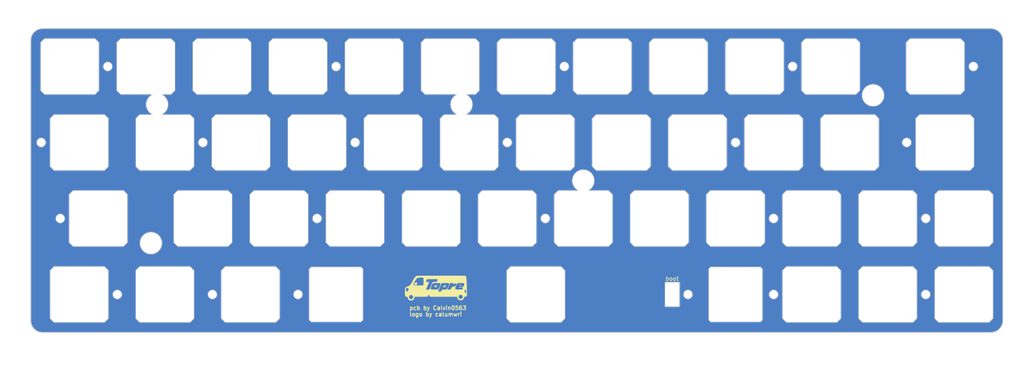
<source format=kicad_pcb>
(kicad_pcb (version 20240108) (generator "pcbnew") (generator_version "8.0")
  (layers (0 "F.Cu" signal) (31 "B.Cu" signal) (34 "B.Paste" user) (35 "F.Paste" user) (36 "B.SilkS" user "B.Silkscreen") (37 "F.SilkS" user "F.Silkscreen") (38 "B.Mask" user) (39 "F.Mask" user) (44 "Edge.Cuts" user))
  (net 0 "")
  (net 1 "GND")
  (footprint "cipulot_parts:ecs_plate_cut_1U" (layer "F.Cu") (at 146.84375 30.95625)
    (property "Reference" "REF**")
    (property "Value" "Value " (hide yes))
    (fp_line (start -7.3 -6) (end -7.3 6) (stroke (width 0.12)) (layer "Edge.Cuts"))
    (fp_line (start -7.3 6) (end -6.3 7) (stroke (width 0.12)) (layer "Edge.Cuts"))
    (fp_line (start -6.3 -7) (end -7.3 -6) (stroke (width 0.12)) (layer "Edge.Cuts"))
    (fp_line (start -6.3 7) (end 6.3 7) (stroke (width 0.12)) (layer "Edge.Cuts"))
    (fp_line (start 6.3 -7) (end -6.3 -7) (stroke (width 0.12)) (layer "Edge.Cuts"))
    (fp_line (start 6.3 -7) (end 7.3 -6) (stroke (width 0.12)) (layer "Edge.Cuts"))
    (fp_line (start 6.3 7) (end 7.3 6) (stroke (width 0.12)) (layer "Edge.Cuts"))
    (fp_line (start 7.3 6) (end 7.3 -6) (stroke (width 0.12)) (layer "Edge.Cuts"))
  )
  (footprint "cipulot_parts:ecs_plate_cut_1U" (layer "F.Cu") (at 56.35625 88.10625)
    (property "Reference" "REF**")
    (property "Value" "Value " (hide yes))
    (fp_line (start -7.3 -6) (end -7.3 6) (stroke (width 0.12)) (layer "Edge.Cuts"))
    (fp_line (start -7.3 6) (end -6.3 7) (stroke (width 0.12)) (layer "Edge.Cuts"))
    (fp_line (start -6.3 -7) (end -7.3 -6) (stroke (width 0.12)) (layer "Edge.Cuts"))
    (fp_line (start -6.3 7) (end 6.3 7) (stroke (width 0.12)) (layer "Edge.Cuts"))
    (fp_line (start 6.3 -7) (end -6.3 -7) (stroke (width 0.12)) (layer "Edge.Cuts"))
    (fp_line (start 6.3 -7) (end 7.3 -6) (stroke (width 0.12)) (layer "Edge.Cuts"))
    (fp_line (start 6.3 7) (end 7.3 6) (stroke (width 0.12)) (layer "Edge.Cuts"))
    (fp_line (start 7.3 6) (end 7.3 -6) (stroke (width 0.12)) (layer "Edge.Cuts"))
  )
  (footprint "cipulot_parts:ecs_plate_cut_1U" (layer "F.Cu") (at 34.925 88.10625)
    (property "Reference" "REF**")
    (property "Value" "Value " (hide yes))
    (fp_line (start -7.3 -6) (end -7.3 6) (stroke (width 0.12)) (layer "Edge.Cuts"))
    (fp_line (start -7.3 6) (end -6.3 7) (stroke (width 0.12)) (layer "Edge.Cuts"))
    (fp_line (start -6.3 -7) (end -7.3 -6) (stroke (width 0.12)) (layer "Edge.Cuts"))
    (fp_line (start -6.3 7) (end 6.3 7) (stroke (width 0.12)) (layer "Edge.Cuts"))
    (fp_line (start 6.3 -7) (end -6.3 -7) (stroke (width 0.12)) (layer "Edge.Cuts"))
    (fp_line (start 6.3 -7) (end 7.3 -6) (stroke (width 0.12)) (layer "Edge.Cuts"))
    (fp_line (start 6.3 7) (end 7.3 6) (stroke (width 0.12)) (layer "Edge.Cuts"))
    (fp_line (start 7.3 6) (end 7.3 -6) (stroke (width 0.12)) (layer "Edge.Cuts"))
  )
  (footprint "cipulot_parts:ecs_plate_cut_1U" (layer "F.Cu") (at 113.50625 50.00625)
    (property "Reference" "REF**")
    (property "Value" "Value " (hide yes))
    (fp_line (start -7.3 -6) (end -7.3 6) (stroke (width 0.12)) (layer "Edge.Cuts"))
    (fp_line (start -7.3 6) (end -6.3 7) (stroke (width 0.12)) (layer "Edge.Cuts"))
    (fp_line (start -6.3 -7) (end -7.3 -6) (stroke (width 0.12)) (layer "Edge.Cuts"))
    (fp_line (start -6.3 7) (end 6.3 7) (stroke (width 0.12)) (layer "Edge.Cuts"))
    (fp_line (start 6.3 -7) (end -6.3 -7) (stroke (width 0.12)) (layer "Edge.Cuts"))
    (fp_line (start 6.3 -7) (end 7.3 -6) (stroke (width 0.12)) (layer "Edge.Cuts"))
    (fp_line (start 6.3 7) (end 7.3 6) (stroke (width 0.12)) (layer "Edge.Cuts"))
    (fp_line (start 7.3 6) (end 7.3 -6) (stroke (width 0.12)) (layer "Edge.Cuts"))
  )
  (footprint "cipulot_parts:ecs_plate_cut_1U" (layer "F.Cu") (at 180.18125 69.05625)
    (property "Reference" "REF**")
    (property "Value" "Value " (hide yes))
    (fp_line (start -7.3 -6) (end -7.3 6) (stroke (width 0.12)) (layer "Edge.Cuts"))
    (fp_line (start -7.3 6) (end -6.3 7) (stroke (width 0.12)) (layer "Edge.Cuts"))
    (fp_line (start -6.3 -7) (end -7.3 -6) (stroke (width 0.12)) (layer "Edge.Cuts"))
    (fp_line (start -6.3 7) (end 6.3 7) (stroke (width 0.12)) (layer "Edge.Cuts"))
    (fp_line (start 6.3 -7) (end -6.3 -7) (stroke (width 0.12)) (layer "Edge.Cuts"))
    (fp_line (start 6.3 -7) (end 7.3 -6) (stroke (width 0.12)) (layer "Edge.Cuts"))
    (fp_line (start 6.3 7) (end 7.3 6) (stroke (width 0.12)) (layer "Edge.Cuts"))
    (fp_line (start 7.3 6) (end 7.3 -6) (stroke (width 0.12)) (layer "Edge.Cuts"))
  )
  (footprint "cipulot_parts:ecs_plate_cut_1U" (layer "F.Cu") (at 94.45625 50.00625)
    (property "Reference" "REF**")
    (property "Value" "Value " (hide yes))
    (fp_line (start -7.3 -6) (end -7.3 6) (stroke (width 0.12)) (layer "Edge.Cuts"))
    (fp_line (start -7.3 6) (end -6.3 7) (stroke (width 0.12)) (layer "Edge.Cuts"))
    (fp_line (start -6.3 -7) (end -7.3 -6) (stroke (width 0.12)) (layer "Edge.Cuts"))
    (fp_line (start -6.3 7) (end 6.3 7) (stroke (width 0.12)) (layer "Edge.Cuts"))
    (fp_line (start 6.3 -7) (end -6.3 -7) (stroke (width 0.12)) (layer "Edge.Cuts"))
    (fp_line (start 6.3 -7) (end 7.3 -6) (stroke (width 0.12)) (layer "Edge.Cuts"))
    (fp_line (start 6.3 7) (end 7.3 6) (stroke (width 0.12)) (layer "Edge.Cuts"))
    (fp_line (start 7.3 6) (end 7.3 -6) (stroke (width 0.12)) (layer "Edge.Cuts"))
  )
  (footprint "cipulot_parts:ecs_plate_cut_1U" (layer "F.Cu") (at 75.40625 50.00625)
    (property "Reference" "REF**")
    (property "Value" "Value " (hide yes))
    (fp_line (start -7.3 -6) (end -7.3 6) (stroke (width 0.12)) (layer "Edge.Cuts"))
    (fp_line (start -7.3 6) (end -6.3 7) (stroke (width 0.12)) (layer "Edge.Cuts"))
    (fp_line (start -6.3 -7) (end -7.3 -6) (stroke (width 0.12)) (layer "Edge.Cuts"))
    (fp_line (start -6.3 7) (end 6.3 7) (stroke (width 0.12)) (layer "Edge.Cuts"))
    (fp_line (start 6.3 -7) (end -6.3 -7) (stroke (width 0.12)) (layer "Edge.Cuts"))
    (fp_line (start 6.3 -7) (end 7.3 -6) (stroke (width 0.12)) (layer "Edge.Cuts"))
    (fp_line (start 6.3 7) (end 7.3 6) (stroke (width 0.12)) (layer "Edge.Cuts"))
    (fp_line (start 7.3 6) (end 7.3 -6) (stroke (width 0.12)) (layer "Edge.Cuts"))
  )
  (footprint "cipulot_parts:ecs_plate_cut_1U" (layer "F.Cu") (at 223.04375 30.95625)
    (property "Reference" "REF**")
    (property "Value" "Value " (hide yes))
    (fp_line (start -7.3 -6) (end -7.3 6) (stroke (width 0.12)) (layer "Edge.Cuts"))
    (fp_line (start -7.3 6) (end -6.3 7) (stroke (width 0.12)) (layer "Edge.Cuts"))
    (fp_line (start -6.3 -7) (end -7.3 -6) (stroke (width 0.12)) (layer "Edge.Cuts"))
    (fp_line (start -6.3 7) (end 6.3 7) (stroke (width 0.12)) (layer "Edge.Cuts"))
    (fp_line (start 6.3 -7) (end -6.3 -7) (stroke (width 0.12)) (layer "Edge.Cuts"))
    (fp_line (start 6.3 -7) (end 7.3 -6) (stroke (width 0.12)) (layer "Edge.Cuts"))
    (fp_line (start 6.3 7) (end 7.3 6) (stroke (width 0.12)) (layer "Edge.Cuts"))
    (fp_line (start 7.3 6) (end 7.3 -6) (stroke (width 0.12)) (layer "Edge.Cuts"))
  )
  (footprint "cipulot_parts:ecs_plate_cut_1U" (layer "F.Cu") (at 251.61875 50.00625)
    (property "Reference" "REF**")
    (property "Value" "Value " (hide yes))
    (fp_line (start -7.3 -6) (end -7.3 6) (stroke (width 0.12)) (layer "Edge.Cuts"))
    (fp_line (start -7.3 6) (end -6.3 7) (stroke (width 0.12)) (layer "Edge.Cuts"))
    (fp_line (start -6.3 -7) (end -7.3 -6) (stroke (width 0.12)) (layer "Edge.Cuts"))
    (fp_line (start -6.3 7) (end 6.3 7) (stroke (width 0.12)) (layer "Edge.Cuts"))
    (fp_line (start 6.3 -7) (end -6.3 -7) (stroke (width 0.12)) (layer "Edge.Cuts"))
    (fp_line (start 6.3 -7) (end 7.3 -6) (stroke (width 0.12)) (layer "Edge.Cuts"))
    (fp_line (start 6.3 7) (end 7.3 6) (stroke (width 0.12)) (layer "Edge.Cuts"))
    (fp_line (start 7.3 6) (end 7.3 -6) (stroke (width 0.12)) (layer "Edge.Cuts"))
  )
  (footprint "cipulot_parts:ecs_plate_cut_1U" (layer "F.Cu") (at 249.2375 30.95625)
    (property "Reference" "REF**")
    (property "Value" "Value " (hide yes))
    (fp_line (start -7.3 -6) (end -7.3 6) (stroke (width 0.12)) (layer "Edge.Cuts"))
    (fp_line (start -7.3 6) (end -6.3 7) (stroke (width 0.12)) (layer "Edge.Cuts"))
    (fp_line (start -6.3 -7) (end -7.3 -6) (stroke (width 0.12)) (layer "Edge.Cuts"))
    (fp_line (start -6.3 7) (end 6.3 7) (stroke (width 0.12)) (layer "Edge.Cuts"))
    (fp_line (start 6.3 -7) (end -6.3 -7) (stroke (width 0.12)) (layer "Edge.Cuts"))
    (fp_line (start 6.3 -7) (end 7.3 -6) (stroke (width 0.12)) (layer "Edge.Cuts"))
    (fp_line (start 6.3 7) (end 7.3 6) (stroke (width 0.12)) (layer "Edge.Cuts"))
    (fp_line (start 7.3 6) (end 7.3 -6) (stroke (width 0.12)) (layer "Edge.Cuts"))
  )
  (footprint "LOGO" (layer "F.Cu") (at 123.825 86.51875)
    (property "Reference" "G***" (hide yes))
    (property "Value" "LOGO" (hide yes))
  )
  (footprint "cipulot_parts:ecs_plate_cut_1U" (layer "F.Cu") (at 208.75625 50.00625)
    (property "Reference" "REF**")
    (property "Value" "Value " (hide yes))
    (fp_line (start -7.3 -6) (end -7.3 6) (stroke (width 0.12)) (layer "Edge.Cuts"))
    (fp_line (start -7.3 6) (end -6.3 7) (stroke (width 0.12)) (layer "Edge.Cuts"))
    (fp_line (start -6.3 -7) (end -7.3 -6) (stroke (width 0.12)) (layer "Edge.Cuts"))
    (fp_line (start -6.3 7) (end 6.3 7) (stroke (width 0.12)) (layer "Edge.Cuts"))
    (fp_line (start 6.3 -7) (end -6.3 -7) (stroke (width 0.12)) (layer "Edge.Cuts"))
    (fp_line (start 6.3 -7) (end 7.3 -6) (stroke (width 0.12)) (layer "Edge.Cuts"))
    (fp_line (start 6.3 7) (end 7.3 6) (stroke (width 0.12)) (layer "Edge.Cuts"))
    (fp_line (start 7.3 6) (end 7.3 -6) (stroke (width 0.12)) (layer "Edge.Cuts"))
  )
  (footprint "cipulot_parts:ecs_plate_cut_1U" (layer "F.Cu") (at 84.93125 69.05625)
    (property "Reference" "REF**")
    (property "Value" "Value " (hide yes))
    (fp_line (start -7.3 -6) (end -7.3 6) (stroke (width 0.12)) (layer "Edge.Cuts"))
    (fp_line (start -7.3 6) (end -6.3 7) (stroke (width 0.12)) (layer "Edge.Cuts"))
    (fp_line (start -6.3 -7) (end -7.3 -6) (stroke (width 0.12)) (layer "Edge.Cuts"))
    (fp_line (start -6.3 7) (end 6.3 7) (stroke (width 0.12)) (layer "Edge.Cuts"))
    (fp_line (start 6.3 -7) (end -6.3 -7) (stroke (width 0.12)) (layer "Edge.Cuts"))
    (fp_line (start 6.3 -7) (end 7.3 -6) (stroke (width 0.12)) (layer "Edge.Cuts"))
    (fp_line (start 6.3 7) (end 7.3 6) (stroke (width 0.12)) (layer "Edge.Cuts"))
    (fp_line (start 7.3 6) (end 7.3 -6) (stroke (width 0.12)) (layer "Edge.Cuts"))
  )
  (footprint "cipulot_parts:ecs_plate_cut_1U" (layer "F.Cu") (at 39.6875 69.05625)
    (property "Reference" "REF**")
    (property "Value" "Value " (hide yes))
    (fp_line (start -7.3 -6) (end -7.3 6) (stroke (width 0.12)) (layer "Edge.Cuts"))
    (fp_line (start -7.3 6) (end -6.3 7) (stroke (width 0.12)) (layer "Edge.Cuts"))
    (fp_line (start -6.3 -7) (end -7.3 -6) (stroke (width 0.12)) (layer "Edge.Cuts"))
    (fp_line (start -6.3 7) (end 6.3 7) (stroke (width 0.12)) (layer "Edge.Cuts"))
    (fp_line (start 6.3 -7) (end -6.3 -7) (stroke (width 0.12)) (layer "Edge.Cuts"))
    (fp_line (start 6.3 -7) (end 7.3 -6) (stroke (width 0.12)) (layer "Edge.Cuts"))
    (fp_line (start 6.3 7) (end 7.3 6) (stroke (width 0.12)) (layer "Edge.Cuts"))
    (fp_line (start 7.3 6) (end 7.3 -6) (stroke (width 0.12)) (layer "Edge.Cuts"))
  )
  (footprint "cipulot_parts:ecs_plate_cut_1U" (layer "F.Cu") (at 199.23125 69.05625)
    (property "Reference" "REF**")
    (property "Value" "Value " (hide yes))
    (fp_line (start -7.3 -6) (end -7.3 6) (stroke (width 0.12)) (layer "Edge.Cuts"))
    (fp_line (start -7.3 6) (end -6.3 7) (stroke (width 0.12)) (layer "Edge.Cuts"))
    (fp_line (start -6.3 -7) (end -7.3 -6) (stroke (width 0.12)) (layer "Edge.Cuts"))
    (fp_line (start -6.3 7) (end 6.3 7) (stroke (width 0.12)) (layer "Edge.Cuts"))
    (fp_line (start 6.3 -7) (end -6.3 -7) (stroke (width 0.12)) (layer "Edge.Cuts"))
    (fp_line (start 6.3 -7) (end 7.3 -6) (stroke (width 0.12)) (layer "Edge.Cuts"))
    (fp_line (start 6.3 7) (end 7.3 6) (stroke (width 0.12)) (layer "Edge.Cuts"))
    (fp_line (start 7.3 6) (end 7.3 -6) (stroke (width 0.12)) (layer "Edge.Cuts"))
  )
  (footprint "cipulot_parts:ecs_plate_cut_1U" (layer "F.Cu") (at 149.225 88.10625)
    (property "Reference" "REF**")
    (property "Value" "Value " (hide yes))
    (fp_line (start -7.3 -6) (end -7.3 6) (stroke (width 0.12)) (layer "Edge.Cuts"))
    (fp_line (start -7.3 6) (end -6.3 7) (stroke (width 0.12)) (layer "Edge.Cuts"))
    (fp_line (start -6.3 -7) (end -7.3 -6) (stroke (width 0.12)) (layer "Edge.Cuts"))
    (fp_line (start -6.3 7) (end 6.3 7) (stroke (width 0.12)) (layer "Edge.Cuts"))
    (fp_line (start 6.3 -7) (end -6.3 -7) (stroke (width 0.12)) (layer "Edge.Cuts"))
    (fp_line (start 6.3 -7) (end 7.3 -6) (stroke (width 0.12)) (layer "Edge.Cuts"))
    (fp_line (start 6.3 7) (end 7.3 6) (stroke (width 0.12)) (layer "Edge.Cuts"))
    (fp_line (start 7.3 6) (end 7.3 -6) (stroke (width 0.12)) (layer "Edge.Cuts"))
  )
  (footprint "cipulot_parts:ecs_plate_cut_1U" (layer "F.Cu") (at 189.70625 50.00625)
    (property "Reference" "REF**")
    (property "Value" "Value " (hide yes))
    (fp_line (start -7.3 -6) (end -7.3 6) (stroke (width 0.12)) (layer "Edge.Cuts"))
    (fp_line (start -7.3 6) (end -6.3 7) (stroke (width 0.12)) (layer "Edge.Cuts"))
    (fp_line (start -6.3 -7) (end -7.3 -6) (stroke (width 0.12)) (layer "Edge.Cuts"))
    (fp_line (start -6.3 7) (end 6.3 7) (stroke (width 0.12)) (layer "Edge.Cuts"))
    (fp_line (start 6.3 -7) (end -6.3 -7) (stroke (width 0.12)) (layer "Edge.Cuts"))
    (fp_line (start 6.3 -7) (end 7.3 -6) (stroke (width 0.12)) (layer "Edge.Cuts"))
    (fp_line (start 6.3 7) (end 7.3 6) (stroke (width 0.12)) (layer "Edge.Cuts"))
    (fp_line (start 7.3 6) (end 7.3 -6) (stroke (width 0.12)) (layer "Edge.Cuts"))
  )
  (footprint "cipulot_parts:ecs_plate_cut_1U" (layer "F.Cu") (at 34.925 50.00625)
    (property "Reference" "REF**")
    (property "Value" "Value " (hide yes))
    (fp_line (start -7.3 -6) (end -7.3 6) (stroke (width 0.12)) (layer "Edge.Cuts"))
    (fp_line (start -7.3 6) (end -6.3 7) (stroke (width 0.12)) (layer "Edge.Cuts"))
    (fp_line (start -6.3 -7) (end -7.3 -6) (stroke (width 0.12)) (layer "Edge.Cuts"))
    (fp_line (start -6.3 7) (end 6.3 7) (stroke (width 0.12)) (layer "Edge.Cuts"))
    (fp_line (start 6.3 -7) (end -6.3 -7) (stroke (width 0.12)) (layer "Edge.Cuts"))
    (fp_line (start 6.3 -7) (end 7.3 -6) (stroke (width 0.12)) (layer "Edge.Cuts"))
    (fp_line (start 6.3 7) (end 7.3 6) (stroke (width 0.12)) (layer "Edge.Cuts"))
    (fp_line (start 7.3 6) (end 7.3 -6) (stroke (width 0.12)) (layer "Edge.Cuts"))
  )
  (footprint "cipulot_parts:ecs_plate_cut_1U" (layer "F.Cu") (at 256.38125 88.10625)
    (property "Reference" "REF**")
    (property "Value" "Value " (hide yes))
    (fp_line (start -7.3 -6) (end -7.3 6) (stroke (width 0.12)) (layer "Edge.Cuts"))
    (fp_line (start -7.3 6) (end -6.3 7) (stroke (width 0.12)) (layer "Edge.Cuts"))
    (fp_line (start -6.3 -7) (end -7.3 -6) (stroke (width 0.12)) (layer "Edge.Cuts"))
    (fp_line (start -6.3 7) (end 6.3 7) (stroke (width 0.12)) (layer "Edge.Cuts"))
    (fp_line (start 6.3 -7) (end -6.3 -7) (stroke (width 0.12)) (layer "Edge.Cuts"))
    (fp_line (start 6.3 -7) (end 7.3 -6) (stroke (width 0.12)) (layer "Edge.Cuts"))
    (fp_line (start 6.3 7) (end 7.3 6) (stroke (width 0.12)) (layer "Edge.Cuts"))
    (fp_line (start 7.3 6) (end 7.3 -6) (stroke (width 0.12)) (layer "Edge.Cuts"))
  )
  (footprint "cipulot_parts:ecs_plate_cut_1U" (layer "F.Cu") (at 123.03125 69.05625)
    (property "Reference" "REF**")
    (property "Value" "Value " (hide yes))
    (fp_line (start -7.3 -6) (end -7.3 6) (stroke (width 0.12)) (layer "Edge.Cuts"))
    (fp_line (start -7.3 6) (end -6.3 7) (stroke (width 0.12)) (layer "Edge.Cuts"))
    (fp_line (start -6.3 -7) (end -7.3 -6) (stroke (width 0.12)) (layer "Edge.Cuts"))
    (fp_line (start -6.3 7) (end 6.3 7) (stroke (width 0.12)) (layer "Edge.Cuts"))
    (fp_line (start 6.3 -7) (end -6.3 -7) (stroke (width 0.12)) (layer "Edge.Cuts"))
    (fp_line (start 6.3 -7) (end 7.3 -6) (stroke (width 0.12)) (layer "Edge.Cuts"))
    (fp_line (start 6.3 7) (end 7.3 6) (stroke (width 0.12)) (layer "Edge.Cuts"))
    (fp_line (start 7.3 6) (end 7.3 -6) (stroke (width 0.12)) (layer "Edge.Cuts"))
  )
  (footprint "cipulot_parts:ecs_plate_cut_1U" (layer "F.Cu") (at 32.54375 30.95625)
    (property "Reference" "REF**")
    (property "Value" "Value " (hide yes))
    (fp_line (start -7.3 -6) (end -7.3 6) (stroke (width 0.12)) (layer "Edge.Cuts"))
    (fp_line (start -7.3 6) (end -6.3 7) (stroke (width 0.12)) (layer "Edge.Cuts"))
    (fp_line (start -6.3 -7) (end -7.3 -6) (stroke (width 0.12)) (layer "Edge.Cuts"))
    (fp_line (start -6.3 7) (end 6.3 7) (stroke (width 0.12)) (layer "Edge.Cuts"))
    (fp_line (start 6.3 -7) (end -6.3 -7) (stroke (width 0.12)) (layer "Edge.Cuts"))
    (fp_line (start 6.3 -7) (end 7.3 -6) (stroke (width 0.12)) (layer "Edge.Cuts"))
    (fp_line (start 6.3 7) (end 7.3 6) (stroke (width 0.12)) (layer "Edge.Cuts"))
    (fp_line (start 7.3 6) (end 7.3 -6) (stroke (width 0.12)) (layer "Edge.Cuts"))
  )
  (footprint "cipulot_parts:ecs_plate_cut_6.25U_space_stab" (layer "F.Cu") (at 149.225 88.10625)
    (property "Reference" "REF**")
    (property "Value" "Value " (hide yes))
    (fp_line (start -56.7375 -6.3635) (end -56.7375 6.3635) (stroke (width 0.12)) (layer "Edge.Cuts"))
    (fp_line (start -56.7375 6.3635) (end -56.2305 6.8705) (stroke (width 0.12)) (layer "Edge.Cuts"))
    (fp_line (start -56.2305 -6.8705) (end -56.7375 -6.3635) (stroke (width 0.12)) (layer "Edge.Cuts"))
    (fp_line (start -56.2305 6.8705) (end -43.7825 6.8705) (stroke (width 0.12)) (layer "Edge.Cuts"))
    (fp_line (start -43.7825 -6.8705) (end -56.2305 -6.8705) (stroke (width 0.12)) (layer "Edge.Cuts"))
    (fp_line (start -43.7825 6.8705) (end -43.2755 6.3635) (stroke (width 0.12)) (layer "Edge.Cuts"))
    (fp_line (start -43.2755 -6.3635) (end -43.7825 -6.8705) (stroke (width 0.12)) (layer "Edge.Cuts"))
    (fp_line (start -43.2755 6.3635) (end -43.2755 -6.3635) (stroke (width 0.12)) (layer "Edge.Cuts"))
    (fp_line (start 43.2755 -6.3635) (end 43.2755 6.3635) (stroke (width 0.12)) (layer "Edge.Cuts"))
    (fp_line (start 43.2755 -6.3635) (end 43.7755 -6.8705) (stroke (width 0.12)) (layer "Edge.Cuts"))
    (fp_line (start 43.2755 6.3635) (end 43.7825 6.8705) (stroke (width 0.12)) (layer "Edge.Cuts"))
    (fp_line (start 43.7755 -6.8705) (end 56.2375 -6.8705) (stroke (width 0.12)) (layer "Edge.Cuts"))
    (fp_line (start 43.7825 6.8705) (end 56.2305 6.8705) (stroke (width 0.12)) (layer "Edge.Cuts"))
    (fp_line (start 56.2305 6.8705) (end 56.7375 6.3635) (stroke (width 0.12)) (layer "Edge.Cuts"))
    (fp_line (start 56.2375 -6.8705) (end 56.7375 -6.3635) (stroke (width 0.12)) (layer "Edge.Cuts"))
    (fp_line (start 56.7375 6.3635) (end 56.7375 -6.3635) (stroke (width 0.12)) (layer "Edge.Cuts"))
  )
  (footprint "cipulot_parts:ecs_plate_cut_1U" (layer "F.Cu") (at 65.88125 69.05625)
    (property "Reference" "REF**")
    (property "Value" "Value " (hide yes))
    (fp_line (start -7.3 -6) (end -7.3 6) (stroke (width 0.12)) (layer "Edge.Cuts"))
    (fp_line (start -7.3 6) (end -6.3 7) (stroke (width 0.12)) (layer "Edge.Cuts"))
    (fp_line (start -6.3 -7) (end -7.3 -6) (stroke (width 0.12)) (layer "Edge.Cuts"))
    (fp_line (start -6.3 7) (end 6.3 7) (stroke (width 0.12)) (layer "Edge.Cuts"))
    (fp_line (start 6.3 -7) (end -6.3 -7) (stroke (width 0.12)) (layer "Edge.Cuts"))
    (fp_line (start 6.3 -7) (end 7.3 -6) (stroke (width 0.12)) (layer "Edge.Cuts"))
    (fp_line (start 6.3 7) (end 7.3 6) (stroke (width 0.12)) (layer "Edge.Cuts"))
    (fp_line (start 7.3 6) (end 7.3 -6) (stroke (width 0.12)) (layer "Edge.Cuts"))
  )
  (footprint "cipulot_parts:ecs_plate_cut_1U" (layer "F.Cu") (at 108.74375 30.95625)
    (property "Reference" "REF**")
    (property "Value" "Value " (hide yes))
    (fp_line (start -7.3 -6) (end -7.3 6) (stroke (width 0.12)) (layer "Edge.Cuts"))
    (fp_line (start -7.3 6) (end -6.3 7) (stroke (width 0.12)) (layer "Edge.Cuts"))
    (fp_line (start -6.3 -7) (end -7.3 -6) (stroke (width 0.12)) (layer "Edge.Cuts"))
    (fp_line (start -6.3 7) (end 6.3 7) (stroke (width 0.12)) (layer "Edge.Cuts"))
    (fp_line (start 6.3 -7) (end -6.3 -7) (stroke (width 0.12)) (layer "Edge.Cuts"))
    (fp_line (start 6.3 -7) (end 7.3 -6) (stroke (width 0.12)) (layer "Edge.Cuts"))
    (fp_line (start 6.3 7) (end 7.3 6) (stroke (width 0.12)) (layer "Edge.Cuts"))
    (fp_line (start 7.3 6) (end 7.3 -6) (stroke (width 0.12)) (layer "Edge.Cuts"))
  )
  (footprint "cipulot_parts:ecs_plate_cut_1U" (layer "F.Cu") (at 237.33125 69.05625)
    (property "Reference" "REF**")
    (property "Value" "Value " (hide yes))
    (fp_line (start -7.3 -6) (end -7.3 6) (stroke (width 0.12)) (layer "Edge.Cuts"))
    (fp_line (start -7.3 6) (end -6.3 7) (stroke (width 0.12)) (layer "Edge.Cuts"))
    (fp_line (start -6.3 -7) (end -7.3 -6) (stroke (width 0.12)) (layer "Edge.Cuts"))
    (fp_line (start -6.3 7) (end 6.3 7) (stroke (width 0.12)) (layer "Edge.Cuts"))
    (fp_line (start 6.3 -7) (end -6.3 -7) (stroke (width 0.12)) (layer "Edge.Cuts"))
    (fp_line (start 6.3 -7) (end 7.3 -6) (stroke (width 0.12)) (layer "Edge.Cuts"))
    (fp_line (start 6.3 7) (end 7.3 6) (stroke (width 0.12)) (layer "Edge.Cuts"))
    (fp_line (start 7.3 6) (end 7.3 -6) (stroke (width 0.12)) (layer "Edge.Cuts"))
  )
  (footprint "cipulot_parts:ecs_plate_cut_1U" (layer "F.Cu") (at 256.38125 69.05625)
    (property "Reference" "REF**")
    (property "Value" "Value " (hide yes))
    (fp_line (start -7.3 -6) (end -7.3 6) (stroke (width 0.12)) (layer "Edge.Cuts"))
    (fp_line (start -7.3 6) (end -6.3 7) (stroke (width 0.12)) (layer "Edge.Cuts"))
    (fp_line (start -6.3 -7) (end -7.3 -6) (stroke (width 0.12)) (layer "Edge.Cuts"))
    (fp_line (start -6.3 7) (end 6.3 7) (stroke (width 0.12)) (layer "Edge.Cuts"))
    (fp_line (start 6.3 -7) (end -6.3 -7) (stroke (width 0.12)) (layer "Edge.Cuts"))
    (fp_line (start 6.3 -7) (end 7.3 -6) (stroke (width 0.12)) (layer "Edge.Cuts"))
    (fp_line (start 6.3 7) (end 7.3 6) (stroke (width 0.12)) (layer "Edge.Cuts"))
    (fp_line (start 7.3 6) (end 7.3 -6) (stroke (width 0.12)) (layer "Edge.Cuts"))
  )
  (footprint "cipulot_parts:ecs_plate_cut_1U" (layer "F.Cu") (at 218.28125 88.10625)
    (property "Reference" "REF**")
    (property "Value" "Value " (hide yes))
    (fp_line (start -7.3 -6) (end -7.3 6) (stroke (width 0.12)) (layer "Edge.Cuts"))
    (fp_line (start -7.3 6) (end -6.3 7) (stroke (width 0.12)) (layer "Edge.Cuts"))
    (fp_line (start -6.3 -7) (end -7.3 -6) (stroke (width 0.12)) (layer "Edge.Cuts"))
    (fp_line (start -6.3 7) (end 6.3 7) (stroke (width 0.12)) (layer "Edge.Cuts"))
    (fp_line (start 6.3 -7) (end -6.3 -7) (stroke (width 0.12)) (layer "Edge.Cuts"))
    (fp_line (start 6.3 -7) (end 7.3 -6) (stroke (width 0.12)) (layer "Edge.Cuts"))
    (fp_line (start 6.3 7) (end 7.3 6) (stroke (width 0.12)) (layer "Edge.Cuts"))
    (fp_line (start 7.3 6) (end 7.3 -6) (stroke (width 0.12)) (layer "Edge.Cuts"))
  )
  (footprint "cipulot_parts:ecs_plate_cut_1U" (layer "F.Cu") (at 103.98125 69.05625)
    (property "Reference" "REF**")
    (property "Value" "Value " (hide yes))
    (fp_line (start -7.3 -6) (end -7.3 6) (stroke (width 0.12)) (layer "Edge.Cuts"))
    (fp_line (start -7.3 6) (end -6.3 7) (stroke (width 0.12)) (layer "Edge.Cuts"))
    (fp_line (start -6.3 -7) (end -7.3 -6) (stroke (width 0.12)) (layer "Edge.Cuts"))
    (fp_line (start -6.3 7) (end 6.3 7) (stroke (width 0.12)) (layer "Edge.Cuts"))
    (fp_line (start 6.3 -7) (end -6.3 -7) (stroke (width 0.12)) (layer "Edge.Cuts"))
    (fp_line (start 6.3 -7) (end 7.3 -6) (stroke (width 0.12)) (layer "Edge.Cuts"))
    (fp_line (start 6.3 7) (end 7.3 6) (stroke (width 0.12)) (layer "Edge.Cuts"))
    (fp_line (start 7.3 6) (end 7.3 -6) (stroke (width 0.12)) (layer "Edge.Cuts"))
  )
  (footprint "cipulot_parts:ecs_plate_cut_1U" (layer "F.Cu") (at 170.65625 50.00625)
    (property "Reference" "REF**")
    (property "Value" "Value " (hide yes))
    (fp_line (start -7.3 -6) (end -7.3 6) (stroke (width 0.12)) (layer "Edge.Cuts"))
    (fp_line (start -7.3 6) (end -6.3 7) (stroke (width 0.12)) (layer "Edge.Cuts"))
    (fp_line (start -6.3 -7) (end -7.3 -6) (stroke (width 0.12)) (layer "Edge.Cuts"))
    (fp_line (start -6.3 7) (end 6.3 7) (stroke (width 0.12)) (layer "Edge.Cuts"))
    (fp_line (start 6.3 -7) (end -6.3 -7) (stroke (width 0.12)) (layer "Edge.Cuts"))
    (fp_line (start 6.3 -7) (end 7.3 -6) (stroke (width 0.12)) (layer "Edge.Cuts"))
    (fp_line (start 6.3 7) (end 7.3 6) (stroke (width 0.12)) (layer "Edge.Cuts"))
    (fp_line (start 7.3 6) (end 7.3 -6) (stroke (width 0.12)) (layer "Edge.Cuts"))
  )
  (footprint "cipulot_parts:ecs_plate_cut_1U" (layer "F.Cu") (at 89.69375 30.95625)
    (property "Reference" "REF**")
    (property "Value" "Value " (hide yes))
    (fp_line (start -7.3 -6) (end -7.3 6) (stroke (width 0.12)) (layer "Edge.Cuts"))
    (fp_line (start -7.3 6) (end -6.3 7) (stroke (width 0.12)) (layer "Edge.Cuts"))
    (fp_line (start -6.3 -7) (end -7.3 -6) (stroke (width 0.12)) (layer "Edge.Cuts"))
    (fp_line (start -6.3 7) (end 6.3 7) (stroke (width 0.12)) (layer "Edge.Cuts"))
    (fp_line (start 6.3 -7) (end -6.3 -7) (stroke (width 0.12)) (layer "Edge.Cuts"))
    (fp_line (start 6.3 -7) (end 7.3 -6) (stroke (width 0.12)) (layer "Edge.Cuts"))
    (fp_line (start 6.3 7) (end 7.3 6) (stroke (width 0.12)) (layer "Edge.Cuts"))
    (fp_line (start 7.3 6) (end 7.3 -6) (stroke (width 0.12)) (layer "Edge.Cuts"))
  )
  (footprint "cipulot_parts:ecs_plate_cut_1U" (layer "F.Cu") (at 77.7875 88.10625)
    (property "Reference" "REF**")
    (property "Value" "Value " (hide yes))
    (fp_line (start -7.3 -6) (end -7.3 6) (stroke (width 0.12)) (layer "Edge.Cuts"))
    (fp_line (start -7.3 6) (end -6.3 7) (stroke (width 0.12)) (layer "Edge.Cuts"))
    (fp_line (start -6.3 -7) (end -7.3 -6) (stroke (width 0.12)) (layer "Edge.Cuts"))
    (fp_line (start -6.3 7) (end 6.3 7) (stroke (width 0.12)) (layer "Edge.Cuts"))
    (fp_line (start 6.3 -7) (end -6.3 -7) (stroke (width 0.12)) (layer "Edge.Cuts"))
    (fp_line (start 6.3 -7) (end 7.3 -6) (stroke (width 0.12)) (layer "Edge.Cuts"))
    (fp_line (start 6.3 7) (end 7.3 6) (stroke (width 0.12)) (layer "Edge.Cuts"))
    (fp_line (start 7.3 6) (end 7.3 -6) (stroke (width 0.12)) (layer "Edge.Cuts"))
  )
  (footprint "cipulot_parts:ecs_plate_cut_1U" (layer "F.Cu") (at 218.28125 69.05625)
    (property "Reference" "REF**")
    (property "Value" "Value " (hide yes))
    (fp_line (start -7.3 -6) (end -7.3 6) (stroke (width 0.12)) (layer "Edge.Cuts"))
    (fp_line (start -7.3 6) (end -6.3 7) (stroke (width 0.12)) (layer "Edge.Cuts"))
    (fp_line (start -6.3 -7) (end -7.3 -6) (stroke (width 0.12)) (layer "Edge.Cuts"))
    (fp_line (start -6.3 7) (end 6.3 7) (stroke (width 0.12)) (layer "Edge.Cuts"))
    (fp_line (start 6.3 -7) (end -6.3 -7) (stroke (width 0.12)) (layer "Edge.Cuts"))
    (fp_line (start 6.3 -7) (end 7.3 -6) (stroke (width 0.12)) (layer "Edge.Cuts"))
    (fp_line (start 6.3 7) (end 7.3 6) (stroke (width 0.12)) (layer "Edge.Cuts"))
    (fp_line (start 7.3 6) (end 7.3 -6) (stroke (width 0.12)) (layer "Edge.Cuts"))
  )
  (footprint "cipulot_parts:ecs_plate_cut_1U" (layer "F.Cu") (at 203.99375 30.95625)
    (property "Reference" "REF**")
    (property "Value" "Value " (hide yes))
    (fp_line (start -7.3 -6) (end -7.3 6) (stroke (width 0.12)) (layer "Edge.Cuts"))
    (fp_line (start -7.3 6) (end -6.3 7) (stroke (width 0.12)) (layer "Edge.Cuts"))
    (fp_line (start -6.3 -7) (end -7.3 -6) (stroke (width 0.12)) (layer "Edge.Cuts"))
    (fp_line (start -6.3 7) (end 6.3 7) (stroke (width 0.12)) (layer "Edge.Cuts"))
    (fp_line (start 6.3 -7) (end -6.3 -7) (stroke (width 0.12)) (layer "Edge.Cuts"))
    (fp_line (start 6.3 -7) (end 7.3 -6) (stroke (width 0.12)) (layer "Edge.Cuts"))
    (fp_line (start 6.3 7) (end 7.3 6) (stroke (width 0.12)) (layer "Edge.Cuts"))
    (fp_line (start 7.3 6) (end 7.3 -6) (stroke (width 0.12)) (layer "Edge.Cuts"))
  )
  (footprint "cipulot_parts:ecs_plate_cut_1U" (layer "F.Cu") (at 142.08125 69.05625)
    (property "Reference" "REF**")
    (property "Value" "Value " (hide yes))
    (fp_line (start -7.3 -6) (end -7.3 6) (stroke (width 0.12)) (layer "Edge.Cuts"))
    (fp_line (start -7.3 6) (end -6.3 7) (stroke (width 0.12)) (layer "Edge.Cuts"))
    (fp_line (start -6.3 -7) (end -7.3 -6) (stroke (width 0.12)) (layer "Edge.Cuts"))
    (fp_line (start -6.3 7) (end 6.3 7) (stroke (width 0.12)) (layer "Edge.Cuts"))
    (fp_line (start 6.3 -7) (end -6.3 -7) (stroke (width 0.12)) (layer "Edge.Cuts"))
    (fp_line (start 6.3 -7) (end 7.3 -6) (stroke (width 0.12)) (layer "Edge.Cuts"))
    (fp_line (start 6.3 7) (end 7.3 6) (stroke (width 0.12)) (layer "Edge.Cuts"))
    (fp_line (start 7.3 6) (end 7.3 -6) (stroke (width 0.12)) (layer "Edge.Cuts"))
  )
  (footprint "cipulot_parts:ecs_plate_cut_1U" (layer "F.Cu") (at 184.94375 30.95625)
    (property "Reference" "REF**")
    (property "Value" "Value " (hide yes))
    (fp_line (start -7.3 -6) (end -7.3 6) (stroke (width 0.12)) (layer "Edge.Cuts"))
    (fp_line (start -7.3 6) (end -6.3 7) (stroke (width 0.12)) (layer "Edge.Cuts"))
    (fp_line (start -6.3 -7) (end -7.3 -6) (stroke (width 0.12)) (layer "Edge.Cuts"))
    (fp_line (start -6.3 7) (end 6.3 7) (stroke (width 0.12)) (layer "Edge.Cuts"))
    (fp_line (start 6.3 -7) (end -6.3 -7) (stroke (width 0.12)) (layer "Edge.Cuts"))
    (fp_line (start 6.3 -7) (end 7.3 -6) (stroke (width 0.12)) (layer "Edge.Cuts"))
    (fp_line (start 6.3 7) (end 7.3 6) (stroke (width 0.12)) (layer "Edge.Cuts"))
    (fp_line (start 7.3 6) (end 7.3 -6) (stroke (width 0.12)) (layer "Edge.Cuts"))
  )
  (footprint "cipulot_parts:ecs_plate_cut_1U" (layer "F.Cu") (at 227.80625 50.00625)
    (property "Reference" "REF**")
    (property "Value" "Value " (hide yes))
    (fp_line (start -7.3 -6) (end -7.3 6) (stroke (width 0.12)) (layer "Edge.Cuts"))
    (fp_line (start -7.3 6) (end -6.3 7) (stroke (width 0.12)) (layer "Edge.Cuts"))
    (fp_line (start -6.3 -7) (end -7.3 -6) (stroke (width 0.12)) (layer "Edge.Cuts"))
    (fp_line (start -6.3 7) (end 6.3 7) (stroke (width 0.12)) (layer "Edge.Cuts"))
    (fp_line (start 6.3 -7) (end -6.3 -7) (stroke (width 0.12)) (layer "Edge.Cuts"))
    (fp_line (start 6.3 -7) (end 7.3 -6) (stroke (width 0.12)) (layer "Edge.Cuts"))
    (fp_line (start 6.3 7) (end 7.3 6) (stroke (width 0.12)) (layer "Edge.Cuts"))
    (fp_line (start 7.3 6) (end 7.3 -6) (stroke (width 0.12)) (layer "Edge.Cuts"))
  )
  (footprint "cipulot_parts:ecs_plate_cut_1U" (layer "F.Cu") (at 70.64375 30.95625)
    (property "Reference" "REF**")
    (property "Value" "Value " (hide yes))
    (fp_line (start -7.3 -6) (end -7.3 6) (stroke (width 0.12)) (layer "Edge.Cuts"))
    (fp_line (start -7.3 6) (end -6.3 7) (stroke (width 0.12)) (layer "Edge.Cuts"))
    (fp_line (start -6.3 -7) (end -7.3 -6) (stroke (width 0.12)) (layer "Edge.Cuts"))
    (fp_line (start -6.3 7) (end 6.3 7) (stroke (width 0.12)) (layer "Edge.Cuts"))
    (fp_line (start 6.3 -7) (end -6.3 -7) (stroke (width 0.12)) (layer "Edge.Cuts"))
    (fp_line (start 6.3 -7) (end 7.3 -6) (stroke (width 0.12)) (layer "Edge.Cuts"))
    (fp_line (start 6.3 7) (end 7.3 6) (stroke (width 0.12)) (layer "Edge.Cuts"))
    (fp_line (start 7.3 6) (end 7.3 -6) (stroke (width 0.12)) (layer "Edge.Cuts"))
  )
  (footprint "cipulot_parts:ecs_plate_cut_1U" (layer "F.Cu") (at 151.60625 50.00625)
    (property "Reference" "REF**")
    (property "Value" "Value " (hide yes))
    (fp_line (start -7.3 -6) (end -7.3 6) (stroke (width 0.12)) (layer "Edge.Cuts"))
    (fp_line (start -7.3 6) (end -6.3 7) (stroke (width 0.12)) (layer "Edge.Cuts"))
    (fp_line (start -6.3 -7) (end -7.3 -6) (stroke (width 0.12)) (layer "Edge.Cuts"))
    (fp_line (start -6.3 7) (end 6.3 7) (stroke (width 0.12)) (layer "Edge.Cuts"))
    (fp_line (start 6.3 -7) (end -6.3 -7) (stroke (width 0.12)) (layer "Edge.Cuts"))
    (fp_line (start 6.3 -7) (end 7.3 -6) (stroke (width 0.12)) (layer "Edge.Cuts"))
    (fp_line (start 6.3 7) (end 7.3 6) (stroke (width 0.12)) (layer "Edge.Cuts"))
    (fp_line (start 7.3 6) (end 7.3 -6) (stroke (width 0.12)) (layer "Edge.Cuts"))
  )
  (footprint "cipulot_parts:ecs_plate_cut_1U" (layer "F.Cu") (at 165.89375 30.95625)
    (property "Reference" "REF**")
    (property "Value" "Value " (hide yes))
    (fp_line (start -7.3 -6) (end -7.3 6) (stroke (width 0.12)) (layer "Edge.Cuts"))
    (fp_line (start -7.3 6) (end -6.3 7) (stroke (width 0.12)) (layer "Edge.Cuts"))
    (fp_line (start -6.3 -7) (end -7.3 -6) (stroke (width 0.12)) (layer "Edge.Cuts"))
    (fp_line (start -6.3 7) (end 6.3 7) (stroke (width 0.12)) (layer "Edge.Cuts"))
    (fp_line (start 6.3 -7) (end -6.3 -7) (stroke (width 0.12)) (layer "Edge.Cuts"))
    (fp_line (start 6.3 -7) (end 7.3 -6) (stroke (width 0.12)) (layer "Edge.Cuts"))
    (fp_line (start 6.3 7) (end 7.3 6) (stroke (width 0.12)) (layer "Edge.Cuts"))
    (fp_line (start 7.3 6) (end 7.3 -6) (stroke (width 0.12)) (layer "Edge.Cuts"))
  )
  (footprint "cipulot_parts:ecs_plate_cut_1U" (layer "F.Cu") (at 237.33125 88.10625)
    (property "Reference" "REF**")
    (property "Value" "Value " (hide yes))
    (fp_line (start -7.3 -6) (end -7.3 6) (stroke (width 0.12)) (layer "Edge.Cuts"))
    (fp_line (start -7.3 6) (end -6.3 7) (stroke (width 0.12)) (layer "Edge.Cuts"))
    (fp_line (start -6.3 -7) (end -7.3 -6) (stroke (width 0.12)) (layer "Edge.Cuts"))
    (fp_line (start -6.3 7) (end 6.3 7) (stroke (width 0.12)) (layer "Edge.Cuts"))
    (fp_line (start 6.3 -7) (end -6.3 -7) (stroke (width 0.12)) (layer "Edge.Cuts"))
    (fp_line (start 6.3 -7) (end 7.3 -6) (stroke (width 0.12)) (layer "Edge.Cuts"))
    (fp_line (start 6.3 7) (end 7.3 6) (stroke (width 0.12)) (layer "Edge.Cuts"))
    (fp_line (start 7.3 6) (end 7.3 -6) (stroke (width 0.12)) (layer "Edge.Cuts"))
  )
  (gr_line (start 139.85625 56.00625) (end 139.85625 44.00625) (stroke (width 0.1)) (layer "Edge.Cuts"))
  (gr_line (start 53.330477 37.95625) (end 45.29375 37.95625) (stroke (width 0.1)) (layer "Edge.Cuts"))
  (gr_arc (start 266.156045 94.63165) (mid 265.277365 96.752971) (end 263.156044 97.631651) (stroke (width 0.2)) (layer "Edge.Cuts"))
  (gr_circle (center 246.85625 69.05625) (end 247.978782 69.05625) (stroke (width 0.1)) (fill none) (layer "Edge.Cuts"))
  (gr_line (start 125.25625 44.00625) (end 126.25625 43.00625) (stroke (width 0.1)) (layer "Edge.Cuts"))
  (gr_line (start 55.509349 43.00625) (end 62.65625 43.00625) (stroke (width 0.1)) (layer "Edge.Cuts"))
  (gr_line (start 120.49375 36.95625) (end 120.49375 24.95625) (stroke (width 0.1)) (layer "Edge.Cuts"))
  (gr_circle (center 242.09375 50.00625) (end 243.216282 50.00625) (stroke (width 0.1)) (fill none) (layer "Edge.Cuts"))
  (gr_line (start 45.29375 23.95625) (end 57.89375 23.95625) (stroke (width 0.1)) (layer "Edge.Cuts"))
  (gr_rect (start 181.559133 85.023727) (end 185.202687 91.151781) (stroke (width 0.1)) (fill none) (layer "Edge.Cuts"))
  (gr_line (start 126.25625 57.00625) (end 125.25625 56.00625) (stroke (width 0.1)) (layer "Edge.Cuts"))
  (gr_line (start 153.83125 63.05625) (end 154.83125 62.05625) (stroke (width 0.1)) (layer "Edge.Cuts"))
  (gr_circle (center 103.98125 50.00625) (end 105.103782 50.00625) (stroke (width 0.1)) (fill none) (layer "Edge.Cuts"))
  (gr_circle (center 151.60625 69.05625) (end 152.728782 69.05625) (stroke (width 0.1)) (fill none) (layer "Edge.Cuts"))
  (gr_arc (start 22.768752 24.43175) (mid 23.647431 22.310431) (end 25.76875 21.43175) (stroke (width 0.2)) (layer "Edge.Cuts"))
  (gr_line (start 134.09375 37.95625) (end 131.707031 37.95625) (stroke (width 0.1)) (layer "Edge.Cuts"))
  (gr_circle (center 25.4 50.00625) (end 26.522532 50.00625) (stroke (width 0.1)) (fill none) (layer "Edge.Cuts"))
  (gr_line (start 167.43125 76.05625) (end 154.83125 76.05625) (stroke (width 0.1)) (layer "Edge.Cuts"))
  (gr_line (start 139.85625 56.00625) (end 138.85625 57.00625) (stroke (width 0.1)) (layer "Edge.Cuts"))
  (gr_line (start 263.156044 21.43175) (end 25.76875 21.43175) (stroke (width 0.2)) (layer "Edge.Cuts"))
  (gr_circle (center 258.7625 30.95625) (end 259.885032 30.95625) (stroke (width 0.1)) (fill none) (layer "Edge.Cuts"))
  (gr_circle (center 208.75625 69.05625) (end 209.878782 69.05625) (stroke (width 0.1)) (fill none) (layer "Edge.Cuts"))
  (gr_arc (start 263.156044 21.43175) (mid 265.277365 22.31043) (end 266.156045 24.431751) (stroke (width 0.2)) (layer "Edge.Cuts"))
  (gr_circle (center 42.06875 30.95625) (end 43.191282 30.95625) (stroke (width 0.1)) (fill none) (layer "Edge.Cuts"))
  (gr_circle (center 246.85625 88.10625) (end 247.978782 88.10625) (stroke (width 0.1)) (fill none) (layer "Edge.Cuts"))
  (gr_arc (start 55.507031 37.95625) (mid 57.168751 40.480488) (end 55.509349 43.00625) (stroke (width 0.1)) (layer "Edge.Cuts"))
  (gr_line (start 167.43125 62.05625) (end 168.43125 63.05625) (stroke (width 0.1)) (layer "Edge.Cuts"))
  (gr_line (start 25.76875 97.631651) (end 263.156044 97.631651) (stroke (width 0.2)) (layer "Edge.Cuts"))
  (gr_line (start 50.05625 57.00625) (end 49.05625 56.00625) (stroke (width 0.1)) (layer "Edge.Cuts"))
  (gr_line (start 62.65625 57.00625) (end 50.05625 57.00625) (stroke (width 0.1)) (layer "Edge.Cuts"))
  (gr_circle (center 213.51875 30.95625) (end 214.641282 30.95625) (stroke (width 0.1)) (fill none) (layer "Edge.Cuts"))
  (gr_line (start 120.49375 24.95625) (end 121.49375 23.95625) (stroke (width 0.1)) (layer "Edge.Cuts"))
  (gr_line (start 135.09375 36.95625) (end 134.09375 37.95625) (stroke (width 0.1)) (layer "Edge.Cuts"))
  (gr_circle (center 89.69375 88.10625) (end 90.816282 88.10625) (stroke (width 0.1)) (fill none) (layer "Edge.Cuts"))
  (gr_arc (start 53.328157 43.00625) (mid 51.668751 40.480487) (end 53.330477 37.95625) (stroke (width 0.1)) (layer "Edge.Cuts"))
  (gr_line (start 266.156045 94.63165) (end 266.156045 24.431751) (stroke (width 0.2)) (layer "Edge.Cuts"))
  (gr_arc (start 129.528157 43.00625) (mid 127.868751 40.480487) (end 129.530477 37.95625) (stroke (width 0.1)) (layer "Edge.Cuts"))
  (gr_circle (center 233.656045 38.18175) (end 236.406045 38.18175) (stroke (width 0.1)) (fill none) (layer "Edge.Cuts"))
  (gr_line (start 162.305771 62.05625) (end 167.43125 62.05625) (stroke (width 0.1)) (layer "Edge.Cuts"))
  (gr_line (start 168.43125 63.05625) (end 168.43125 75.05625) (stroke (width 0.1)) (layer "Edge.Cuts"))
  (gr_line (start 121.49375 37.95625) (end 120.49375 36.95625) (stroke (width 0.1)) (layer "Edge.Cuts"))
  (gr_arc (start 131.707031 37.95625) (mid 133.368751 40.480488) (end 131.709349 43.00625) (stroke (width 0.1)) (layer "Edge.Cuts"))
  (gr_line (start 50.05625 43.00625) (end 49.05625 44.00625) (stroke (width 0.1)) (layer "Edge.Cuts"))
  (gr_line (start 138.85625 43.00625) (end 131.709349 43.00625) (stroke (width 0.1)) (layer "Edge.Cuts"))
  (gr_circle (center 156.36875 30.95625) (end 157.491282 30.95625) (stroke (width 0.1)) (fill none) (layer "Edge.Cuts"))
  (gr_circle (center 187.325 88.10625) (end 188.447532 88.10625) (stroke (width 0.1)) (fill none) (layer "Edge.Cuts"))
  (gr_circle (center 65.88125 50.00625) (end 67.003782 50.00625) (stroke (width 0.1)) (fill none) (layer "Edge.Cuts"))
  (gr_line (start 50.05625 43.00625) (end 53.328157 43.00625) (stroke (width 0.1)) (layer "Edge.Cuts"))
  (gr_line (start 22.768752 24.43175) (end 22.768752 94.63165) (stroke (width 0.2)) (layer "Edge.Cuts"))
  (gr_circle (center 94.45625 69.05625) (end 95.578782 69.05625) (stroke (width 0.1)) (fill none) (layer "Edge.Cuts"))
  (gr_line (start 121.49375 23.95625) (end 134.09375 23.95625) (stroke (width 0.1)) (layer "Edge.Cuts"))
  (gr_circle (center 30.1625 69.05625) (end 31.285032 69.05625) (stroke (width 0.1)) (fill none) (layer "Edge.Cuts"))
  (gr_line (start 63.65625 44.00625) (end 63.65625 56.00625) (stroke (width 0.1)) (layer "Edge.Cuts"))
  (gr_circle (center 99.21875 30.95625) (end 100.341282 30.95625) (stroke (width 0.1)) (fill none) (layer "Edge.Cuts"))
  (gr_line (start 58.89375 24.95625) (end 58.89375 36.95625) (stroke (width 0.1)) (layer "Edge.Cuts"))
  (gr_line (start 45.29375 37.95625) (end 44.29375 36.95625) (stroke (width 0.1)) (layer "Edge.Cuts"))
  (gr_circle (center 142.08125 50.00625) (end 143.203782 50.00625) (stroke (width 0.1)) (fill none) (layer "Edge.Cuts"))
  (gr_circle (center 52.868752 75.231651) (end 55.618752 75.231651) (stroke (width 0.1)) (fill none) (layer "Edge.Cuts"))
  (gr_circle (center 44.45 88.10625) (end 45.572532 88.10625) (stroke (width 0.1)) (fill none) (layer "Edge.Cuts"))
  (gr_line (start 129.530477 37.95625) (end 121.49375 37.95625) (stroke (width 0.1)) (layer "Edge.Cuts"))
  (gr_circle (center 68.2625 88.10625) (end 69.385032 88.10625) (stroke (width 0.1)) (fill none) (layer "Edge.Cuts"))
  (gr_line (start 154.83125 76.05625) (end 153.83125 75.05625) (stroke (width 0.1)) (layer "Edge.Cuts"))
  (gr_line (start 62.65625 43.00625) (end 63.65625 44.00625) (stroke (width 0.1)) (layer "Edge.Cuts"))
  (gr_line (start 57.89375 37.95625) (end 58.89375 36.95625) (stroke (width 0.1)) (layer "Edge.Cuts"))
  (gr_circle (center 208.75625 88.10625) (end 209.878782 88.10625) (stroke (width 0.1)) (fill none) (layer "Edge.Cuts"))
  (gr_line (start 58.89375 24.95625) (end 57.89375 23.95625) (stroke (width 0.1)) (layer "Edge.Cuts"))
  (gr_line (start 138.85625 43.00625) (end 139.85625 44.00625) (stroke (width 0.1)) (layer "Edge.Cuts"))
  (gr_line (start 126.25625 57.00625) (end 138.85625 57.00625) (stroke (width 0.1)) (layer "Edge.Cuts"))
  (gr_circle (center 199.23125 50.00625) (end 200.353782 50.00625) (stroke (width 0.1)) (fill none) (layer "Edge.Cuts"))
  (gr_line (start 129.528157 43.00625) (end 126.25625 43.00625) (stroke (width 0.1)) (layer "Edge.Cuts"))
  (gr_line (start 62.65625 57.00625) (end 63.65625 56.00625) (stroke (width 0.1)) (layer "Edge.Cuts"))
  (gr_line (start 44.29375 24.95625) (end 45.29375 23.95625) (stroke (width 0.1)) (layer "Edge.Cuts"))
  (gr_arc (start 159.906319 62.05625) (mid 161.106045 56.831748) (end 162.305771 62.05625) (stroke (width 0.1)) (layer "Edge.Cuts"))
  (gr_arc (start 25.76875 97.631651) (mid 23.647429 96.752971) (end 22.768752 94.63165) (stroke (width 0.2)) (layer "Edge.Cuts"))
  (gr_line (start 57.89375 37.95625) (end 55.507031 37.95625) (stroke (width 0.1)) (layer "Edge.Cuts"))
  (gr_line (start 49.05625 56.00625) (end 49.05625 44.00625) (stroke (width 0.1)) (layer "Edge.Cuts"))
  (gr_line (start 153.83125 75.05625) (end 153.83125 63.05625) (stroke (width 0.1)) (layer "Edge.Cuts"))
  (gr_line (start 168.43125 75.05625) (end 167.43125 76.05625) (stroke (width 0.1)) (layer "Edge.Cuts"))
  (gr_line (start 134.09375 23.95625) (end 135.09375 24.95625) (stroke (width 0.1)) (layer "Edge.Cuts"))
  (gr_line (start 125.25625 44.00625) (end 125.25625 56.00625) (stroke (width 0.1)) (layer "Edge.Cuts"))
  (gr_line (start 44.29375 36.95625) (end 44.29375 24.95625) (stroke (width 0.1)) (layer "Edge.Cuts"))
  (gr_line (start 154.83125 62.05625) (end 159.906319 62.05625) (stroke (width 0.1)) (layer "Edge.Cuts"))
  (gr_line (start 135.09375 24.95625) (end 135.09375 36.95625) (stroke (width 0.1)) (layer "Edge.Cuts"))
  (gr_text "logo by calumwri\n" (at 117.475 93.6625 0) (layer "F.SilkS") (effects (font (size 1 1) (thickness 0.2) (bold yes)) (justify left bottom)))
  (gr_text "boot" (at 183.35625 84.1375 0) (layer "F.SilkS") (effects (font (size 1 1))))
  (gr_text "pcb by Calvin0563\n" (at 117.475 92.075 0) (layer "F.SilkS") (effects (font (size 1 1) (thickness 0.2) (bold yes)) (justify left bottom)))
  (zone (net 1) (net_name "GND") (layers "F&B.Cu") (priority 2) (connect_pads (clearance 0.5)) (min_thickness 0.25) (fill yes (thermal_gap 0.5) (thermal_bridge_width 0.5) (island_removal_mode 1) (island_area_min 10))
    (polygon (pts (xy 270.66875 14.2875) (xy 271.4625 108.74375) (xy 15.875 109.5375) (xy 15.08125 14.2875)))
  )
)
</source>
